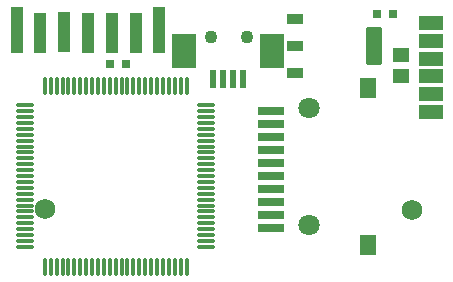
<source format=gbr>
%TF.GenerationSoftware,KiCad,Pcbnew,(6.0.2)*%
%TF.CreationDate,2022-11-22T14:27:25-06:00*%
%TF.ProjectId,REF1936,52454631-3933-4362-9e6b-696361645f70,rev?*%
%TF.SameCoordinates,Original*%
%TF.FileFunction,Soldermask,Bot*%
%TF.FilePolarity,Negative*%
%FSLAX46Y46*%
G04 Gerber Fmt 4.6, Leading zero omitted, Abs format (unit mm)*
G04 Created by KiCad (PCBNEW (6.0.2)) date 2022-11-22 14:27:25*
%MOMM*%
%LPD*%
G01*
G04 APERTURE LIST*
G04 Aperture macros list*
%AMRoundRect*
0 Rectangle with rounded corners*
0 $1 Rounding radius*
0 $2 $3 $4 $5 $6 $7 $8 $9 X,Y pos of 4 corners*
0 Add a 4 corners polygon primitive as box body*
4,1,4,$2,$3,$4,$5,$6,$7,$8,$9,$2,$3,0*
0 Add four circle primitives for the rounded corners*
1,1,$1+$1,$2,$3*
1,1,$1+$1,$4,$5*
1,1,$1+$1,$6,$7*
1,1,$1+$1,$8,$9*
0 Add four rect primitives between the rounded corners*
20,1,$1+$1,$2,$3,$4,$5,0*
20,1,$1+$1,$4,$5,$6,$7,0*
20,1,$1+$1,$6,$7,$8,$9,0*
20,1,$1+$1,$8,$9,$2,$3,0*%
G04 Aperture macros list end*
%ADD10R,2.000000X1.200000*%
%ADD11C,1.750000*%
%ADD12R,1.450000X1.150000*%
%ADD13R,1.000000X4.000000*%
%ADD14R,1.000000X3.500000*%
%ADD15R,2.250000X0.800000*%
%ADD16R,1.400000X1.800000*%
%ADD17C,1.800000*%
%ADD18R,2.000000X3.000000*%
%ADD19R,0.550000X1.630000*%
%ADD20C,1.100000*%
%ADD21R,0.800000X0.800000*%
%ADD22RoundRect,0.093000X0.562000X-0.372000X0.562000X0.372000X-0.562000X0.372000X-0.562000X-0.372000X0*%
%ADD23RoundRect,0.131000X0.524000X-1.489000X0.524000X1.489000X-0.524000X1.489000X-0.524000X-1.489000X0*%
%ADD24RoundRect,0.075000X0.662500X0.075000X-0.662500X0.075000X-0.662500X-0.075000X0.662500X-0.075000X0*%
%ADD25RoundRect,0.075000X0.075000X0.662500X-0.075000X0.662500X-0.075000X-0.662500X0.075000X-0.662500X0*%
G04 APERTURE END LIST*
D10*
%TO.C,J5*%
X169180000Y-74177000D03*
X169180000Y-75677000D03*
X169180000Y-77177000D03*
X169180000Y-78677000D03*
X169180000Y-80177000D03*
X169180000Y-81677000D03*
%TD*%
D11*
%TO.C,H2*%
X167577800Y-89956700D03*
%TD*%
D12*
%TO.C,L2*%
X166688500Y-78624000D03*
X166687500Y-76838000D03*
%TD*%
D13*
%TO.C,J3*%
X146184000Y-74734000D03*
D14*
X144192000Y-74964000D03*
X142169000Y-74974000D03*
X140144000Y-74969000D03*
X138124000Y-74958000D03*
X136097000Y-74966000D03*
D13*
X134115000Y-74732000D03*
%TD*%
D11*
%TO.C,H1*%
X136493800Y-89914700D03*
%TD*%
D15*
%TO.C,J4*%
X155620000Y-81637500D03*
X155620000Y-82737500D03*
X155620000Y-83837500D03*
X155620000Y-84937500D03*
X155620000Y-86037500D03*
X155620000Y-87137500D03*
X155620000Y-88237500D03*
X155620000Y-89337500D03*
X155620000Y-90437500D03*
X155620000Y-91537500D03*
D16*
X163833000Y-92964500D03*
X163839000Y-79659500D03*
D17*
X158845000Y-91291500D03*
X158845000Y-81357500D03*
%TD*%
D18*
%TO.C,J2*%
X148309000Y-76523200D03*
X155733000Y-76525200D03*
D19*
X153270000Y-78863200D03*
X152436000Y-78868200D03*
X151566000Y-78868200D03*
X150692000Y-78867200D03*
D20*
X150534835Y-75298800D03*
X153597000Y-75301200D03*
%TD*%
D21*
%TO.C,C7*%
X143328000Y-77647000D03*
X142019000Y-77646000D03*
%TD*%
%TO.C,C6*%
X165943500Y-73402500D03*
X164634500Y-73401500D03*
%TD*%
D22*
%TO.C,U2*%
X157715000Y-78369000D03*
X157715000Y-76079000D03*
D23*
X164405000Y-76079000D03*
D22*
X157715000Y-73789000D03*
%TD*%
D24*
%TO.C,U6*%
X150156000Y-81113000D03*
X150156000Y-81613000D03*
X150156000Y-82113000D03*
X150156000Y-82613000D03*
X150156000Y-83113000D03*
X150156000Y-83613000D03*
X150156000Y-84113000D03*
X150156000Y-84613000D03*
X150156000Y-85113000D03*
X150156000Y-85613000D03*
X150156000Y-86113000D03*
X150156000Y-86613000D03*
X150156000Y-87113000D03*
X150156000Y-87613000D03*
X150156000Y-88113000D03*
X150156000Y-88613000D03*
X150156000Y-89113000D03*
X150156000Y-89613000D03*
X150156000Y-90113000D03*
X150156000Y-90613000D03*
X150156000Y-91113000D03*
X150156000Y-91613000D03*
X150156000Y-92113000D03*
X150156000Y-92613000D03*
X150156000Y-93113000D03*
D25*
X148493500Y-94775500D03*
X147993500Y-94775500D03*
X147493500Y-94775500D03*
X146993500Y-94775500D03*
X146493500Y-94775500D03*
X145993500Y-94775500D03*
X145493500Y-94775500D03*
X144993500Y-94775500D03*
X144493500Y-94775500D03*
X143993500Y-94775500D03*
X143493500Y-94775500D03*
X142993500Y-94775500D03*
X142493500Y-94775500D03*
X141993500Y-94775500D03*
X141493500Y-94775500D03*
X140993500Y-94775500D03*
X140493500Y-94775500D03*
X139993500Y-94775500D03*
X139493500Y-94775500D03*
X138993500Y-94775500D03*
X138493500Y-94775500D03*
X137993500Y-94775500D03*
X137493500Y-94775500D03*
X136993500Y-94775500D03*
X136493500Y-94775500D03*
D24*
X134831000Y-93113000D03*
X134831000Y-92613000D03*
X134831000Y-92113000D03*
X134831000Y-91613000D03*
X134831000Y-91113000D03*
X134831000Y-90613000D03*
X134831000Y-90113000D03*
X134831000Y-89613000D03*
X134831000Y-89113000D03*
X134831000Y-88613000D03*
X134831000Y-88113000D03*
X134831000Y-87613000D03*
X134831000Y-87113000D03*
X134831000Y-86613000D03*
X134831000Y-86113000D03*
X134831000Y-85613000D03*
X134831000Y-85113000D03*
X134831000Y-84613000D03*
X134831000Y-84113000D03*
X134831000Y-83613000D03*
X134831000Y-83113000D03*
X134831000Y-82613000D03*
X134831000Y-82113000D03*
X134831000Y-81613000D03*
X134831000Y-81113000D03*
D25*
X136493500Y-79450500D03*
X136993500Y-79450500D03*
X137493500Y-79450500D03*
X137993500Y-79450500D03*
X138493500Y-79450500D03*
X138993500Y-79450500D03*
X139493500Y-79450500D03*
X139993500Y-79450500D03*
X140493500Y-79450500D03*
X140993500Y-79450500D03*
X141493500Y-79450500D03*
X141993500Y-79450500D03*
X142493500Y-79450500D03*
X142993500Y-79450500D03*
X143493500Y-79450500D03*
X143993500Y-79450500D03*
X144493500Y-79450500D03*
X144993500Y-79450500D03*
X145493500Y-79450500D03*
X145993500Y-79450500D03*
X146493500Y-79450500D03*
X146993500Y-79450500D03*
X147493500Y-79450500D03*
X147993500Y-79450500D03*
X148493500Y-79450500D03*
%TD*%
M02*

</source>
